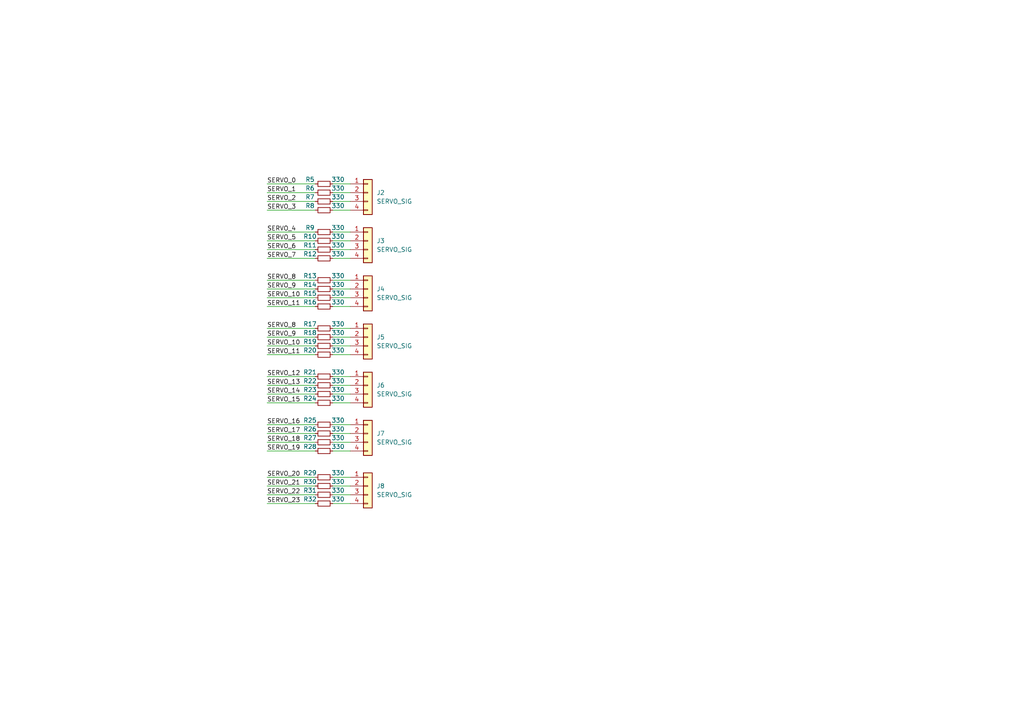
<source format=kicad_sch>
(kicad_sch (version 20231120) (generator "eeschema") (generator_version "8.0")
  (paper "A4")
  (title_block (title "PICO Servo Driver") (date "2024-04-24") (rev "Rev1.a"))
  (lib_symbols
    (symbol "Connector_Generic:Conn_01x04" (pin_names (offset 1.016) hide)
      (property "Reference" "J" (at 0 5.08 0))
      (property "Value" "Conn_01x04" (at 0 -7.62 0))
      (symbol "Conn_01x04_1_1"
        (rectangle (start -1.27 -4.953) (end 0 -5.207) (stroke (width 0.1524)))
        (rectangle (start -1.27 -2.413) (end 0 -2.667) (stroke (width 0.1524)))
        (rectangle (start -1.27 0.127) (end 0 -0.127) (stroke (width 0.1524)))
        (rectangle (start -1.27 2.667) (end 0 2.413) (stroke (width 0.1524)))
        (rectangle (start -1.27 3.81) (end 1.27 -6.35) (stroke (width 0.254)) (fill (type background)))
        (pin passive line (at -5.08 2.54 0) (length 3.81) (name "Pin_1") (number "1"))
        (pin passive line (at -5.08 0 0) (length 3.81) (name "Pin_2") (number "2"))
        (pin passive line (at -5.08 -2.54 0) (length 3.81) (name "Pin_3") (number "3"))
        (pin passive line (at -5.08 -5.08 0) (length 3.81) (name "Pin_4") (number "4"))
      )
    )
    (symbol "Device:R_Small" (pin_numbers hide) (pin_names (offset 0.254) hide)
      (property "Reference" "R" (at 0.762 0.508 0))
      (property "Value" "R_Small" (at 0.762 -1.016 0))
      (symbol "R_Small_0_1"
        (rectangle (start -0.762 1.778) (end 0.762 -1.778) (stroke (width 0.2032)))
      )
      (symbol "R_Small_1_1"
        (pin passive line (at 0 2.54 270) (length 0.762) (name "~") (number "1"))
        (pin passive line (at 0 -2.54 90) (length 0.762) (name "~") (number "2"))
      )
    )
  )
  (wire (pts (xy 77.47 88.9) (xy 91.44 88.9)))
  (wire (pts (xy 77.47 128.27) (xy 91.44 128.27)))
  (wire (pts (xy 96.52 88.9) (xy 101.6 88.9)))
  (wire (pts (xy 77.47 130.81) (xy 91.44 130.81)))
  (wire (pts (xy 96.52 146.05) (xy 101.6 146.05)))
  (wire (pts (xy 96.52 83.82) (xy 101.6 83.82)))
  (wire (pts (xy 96.52 143.51) (xy 101.6 143.51)))
  (wire (pts (xy 96.52 81.28) (xy 101.6 81.28)))
  (wire (pts (xy 77.47 74.93) (xy 91.44 74.93)))
  (wire (pts (xy 96.52 128.27) (xy 101.6 128.27)))
  (wire (pts (xy 96.52 55.88) (xy 101.6 55.88)))
  (wire (pts (xy 96.52 100.33) (xy 101.6 100.33)))
  (wire (pts (xy 77.47 67.31) (xy 91.44 67.31)))
  (wire (pts (xy 77.47 116.84) (xy 91.44 116.84)))
  (wire (pts (xy 77.47 125.73) (xy 91.44 125.73)))
  (wire (pts (xy 96.52 97.79) (xy 101.6 97.79)))
  (wire (pts (xy 77.47 109.22) (xy 91.44 109.22)))
  (wire (pts (xy 96.52 111.76) (xy 101.6 111.76)))
  (wire (pts (xy 77.47 72.39) (xy 91.44 72.39)))
  (wire (pts (xy 77.47 102.87) (xy 91.44 102.87)))
  (wire (pts (xy 96.52 140.97) (xy 101.6 140.97)))
  (wire (pts (xy 96.52 67.31) (xy 101.6 67.31)))
  (wire (pts (xy 77.47 111.76) (xy 91.44 111.76)))
  (wire (pts (xy 96.52 123.19) (xy 101.6 123.19)))
  (wire (pts (xy 77.47 97.79) (xy 91.44 97.79)))
  (wire (pts (xy 96.52 116.84) (xy 101.6 116.84)))
  (wire (pts (xy 77.47 81.28) (xy 91.44 81.28)))
  (wire (pts (xy 77.47 83.82) (xy 91.44 83.82)))
  (wire (pts (xy 77.47 143.51) (xy 91.44 143.51)))
  (wire (pts (xy 77.47 69.85) (xy 91.44 69.85)))
  (wire (pts (xy 77.47 53.34) (xy 91.44 53.34)))
  (wire (pts (xy 96.52 53.34) (xy 101.6 53.34)))
  (wire (pts (xy 77.47 114.3) (xy 91.44 114.3)))
  (wire (pts (xy 77.47 146.05) (xy 91.44 146.05)))
  (wire (pts (xy 96.52 58.42) (xy 101.6 58.42)))
  (wire (pts (xy 96.52 86.36) (xy 101.6 86.36)))
  (wire (pts (xy 77.47 100.33) (xy 91.44 100.33)))
  (wire (pts (xy 96.52 72.39) (xy 101.6 72.39)))
  (wire (pts (xy 77.47 86.36) (xy 91.44 86.36)))
  (wire (pts (xy 96.52 69.85) (xy 101.6 69.85)))
  (wire (pts (xy 77.47 60.96) (xy 91.44 60.96)))
  (wire (pts (xy 96.52 138.43) (xy 101.6 138.43)))
  (wire (pts (xy 77.47 95.25) (xy 91.44 95.25)))
  (wire (pts (xy 96.52 114.3) (xy 101.6 114.3)))
  (wire (pts (xy 77.47 123.19) (xy 91.44 123.19)))
  (wire (pts (xy 96.52 60.96) (xy 101.6 60.96)))
  (wire (pts (xy 77.47 138.43) (xy 91.44 138.43)))
  (wire (pts (xy 96.52 74.93) (xy 101.6 74.93)))
  (wire (pts (xy 96.52 125.73) (xy 101.6 125.73)))
  (wire (pts (xy 96.52 109.22) (xy 101.6 109.22)))
  (wire (pts (xy 96.52 130.81) (xy 101.6 130.81)))
  (wire (pts (xy 96.52 102.87) (xy 101.6 102.87)))
  (wire (pts (xy 77.47 55.88) (xy 91.44 55.88)))
  (wire (pts (xy 77.47 58.42) (xy 91.44 58.42)))
  (wire (pts (xy 96.52 95.25) (xy 101.6 95.25)))
  (wire (pts (xy 77.47 140.97) (xy 91.44 140.97)))
  (label "SERVO_9" (at 77.47 83.82 0))
  (label "SERVO_8" (at 77.47 81.28 0))
  (label "SERVO_16" (at 77.47 123.19 0))
  (label "SERVO_22" (at 77.47 143.51 0))
  (label "SERVO_12" (at 77.47 109.22 0))
  (label "SERVO_18" (at 77.47 128.27 0))
  (label "SERVO_2" (at 77.47 58.42 0))
  (label "SERVO_20" (at 77.47 138.43 0))
  (label "SERVO_6" (at 77.47 72.39 0))
  (label "SERVO_23" (at 77.47 146.05 0))
  (label "SERVO_10" (at 77.47 100.33 0))
  (label "SERVO_1" (at 77.47 55.88 0))
  (label "SERVO_17" (at 77.47 125.73 0))
  (label "SERVO_4" (at 77.47 67.31 0))
  (label "SERVO_3" (at 77.47 60.96 0))
  (label "SERVO_9" (at 77.47 97.79 0))
  (label "SERVO_0" (at 77.47 53.34 0))
  (label "SERVO_5" (at 77.47 69.85 0))
  (label "SERVO_10" (at 77.47 86.36 0))
  (label "SERVO_8" (at 77.47 95.25 0))
  (label "SERVO_11" (at 77.47 88.9 0))
  (label "SERVO_14" (at 77.47 114.3 0))
  (label "SERVO_11" (at 77.47 102.87 0))
  (label "SERVO_7" (at 77.47 74.93 0))
  (label "SERVO_21" (at 77.47 140.97 0))
  (label "SERVO_13" (at 77.47 111.76 0))
  (label "SERVO_19" (at 77.47 130.81 0))
  (label "SERVO_15" (at 77.47 116.84 0))
  (symbol (lib_id "Device:R_Small") (at 93.98 111.76 90) (unit 1)
    (property "Reference" "R22" (at 89.916 110.49 90))
    (property "Value" "330" (at 98.044 110.49 90))
    (property "Description" "Resistor, small symbol" (effects (hide yes)))
  )
  (symbol (lib_id "Connector_Generic:Conn_01x04") (at 106.68 111.76 0) (unit 1)
    (property "Reference" "J6" (at 109.22 111.7599 0) (effects (justify left)))
    (property "Value" "SERVO_SIG" (at 109.22 114.2999 0) (effects (justify left)))
    (property "Description" "Generic connector, single row, 01x04, script generated (kicad-library-utils/schlib/autogen/connector/)" (effects (hide yes)))
  )
  (symbol (lib_id "Device:R_Small") (at 93.98 97.79 90) (unit 1)
    (property "Reference" "R18" (at 89.916 96.52 90))
    (property "Value" "330" (at 98.044 96.52 90))
    (property "Description" "Resistor, small symbol" (effects (hide yes)))
  )
  (symbol (lib_id "Device:R_Small") (at 93.98 123.19 90) (unit 1)
    (property "Reference" "R25" (at 89.916 121.92 90))
    (property "Value" "330" (at 98.044 121.92 90))
    (property "Description" "Resistor, small symbol" (effects (hide yes)))
  )
  (symbol (lib_id "Device:R_Small") (at 93.98 102.87 90) (unit 1)
    (property "Reference" "R20" (at 89.916 101.6 90))
    (property "Value" "330" (at 98.044 101.6 90))
    (property "Description" "Resistor, small symbol" (effects (hide yes)))
  )
  (symbol (lib_id "Device:R_Small") (at 93.98 60.96 90) (unit 1)
    (property "Reference" "R8" (at 89.916 59.69 90))
    (property "Value" "330" (at 98.044 59.69 90))
    (property "Description" "Resistor, small symbol" (effects (hide yes)))
  )
  (symbol (lib_id "Device:R_Small") (at 93.98 100.33 90) (unit 1)
    (property "Reference" "R19" (at 89.916 99.06 90))
    (property "Value" "330" (at 98.044 99.06 90))
    (property "Description" "Resistor, small symbol" (effects (hide yes)))
  )
  (symbol (lib_id "Device:R_Small") (at 93.98 146.05 90) (unit 1)
    (property "Reference" "R32" (at 89.916 144.78 90))
    (property "Value" "330" (at 98.044 144.78 90))
    (property "Description" "Resistor, small symbol" (effects (hide yes)))
  )
  (symbol (lib_id "Device:R_Small") (at 93.98 138.43 90) (unit 1)
    (property "Reference" "R29" (at 89.916 137.16 90))
    (property "Value" "330" (at 98.044 137.16 90))
    (property "Description" "Resistor, small symbol" (effects (hide yes)))
  )
  (symbol (lib_id "Device:R_Small") (at 93.98 130.81 90) (unit 1)
    (property "Reference" "R28" (at 89.916 129.54 90))
    (property "Value" "330" (at 98.044 129.54 90))
    (property "Description" "Resistor, small symbol" (effects (hide yes)))
  )
  (symbol (lib_id "Connector_Generic:Conn_01x04") (at 106.68 97.79 0) (unit 1)
    (property "Reference" "J5" (at 109.22 97.7899 0) (effects (justify left)))
    (property "Value" "SERVO_SIG" (at 109.22 100.3299 0) (effects (justify left)))
    (property "Description" "Generic connector, single row, 01x04, script generated (kicad-library-utils/schlib/autogen/connector/)" (effects (hide yes)))
  )
  (symbol (lib_id "Device:R_Small") (at 93.98 125.73 90) (unit 1)
    (property "Reference" "R26" (at 89.916 124.46 90))
    (property "Value" "330" (at 98.044 124.46 90))
    (property "Description" "Resistor, small symbol" (effects (hide yes)))
  )
  (symbol (lib_id "Connector_Generic:Conn_01x04") (at 106.68 140.97 0) (unit 1)
    (property "Reference" "J8" (at 109.22 140.9699 0) (effects (justify left)))
    (property "Value" "SERVO_SIG" (at 109.22 143.5099 0) (effects (justify left)))
    (property "Description" "Generic connector, single row, 01x04, script generated (kicad-library-utils/schlib/autogen/connector/)" (effects (hide yes)))
  )
  (symbol (lib_id "Device:R_Small") (at 93.98 116.84 90) (unit 1)
    (property "Reference" "R24" (at 89.916 115.57 90))
    (property "Value" "330" (at 98.044 115.57 90))
    (property "Description" "Resistor, small symbol" (effects (hide yes)))
  )
  (symbol (lib_id "Connector_Generic:Conn_01x04") (at 106.68 83.82 0) (unit 1)
    (property "Reference" "J4" (at 109.22 83.8199 0) (effects (justify left)))
    (property "Value" "SERVO_SIG" (at 109.22 86.3599 0) (effects (justify left)))
    (property "Description" "Generic connector, single row, 01x04, script generated (kicad-library-utils/schlib/autogen/connector/)" (effects (hide yes)))
  )
  (symbol (lib_id "Connector_Generic:Conn_01x04") (at 106.68 125.73 0) (unit 1)
    (property "Reference" "J7" (at 109.22 125.7299 0) (effects (justify left)))
    (property "Value" "SERVO_SIG" (at 109.22 128.2699 0) (effects (justify left)))
    (property "Description" "Generic connector, single row, 01x04, script generated (kicad-library-utils/schlib/autogen/connector/)" (effects (hide yes)))
  )
  (symbol (lib_id "Device:R_Small") (at 93.98 69.85 90) (unit 1)
    (property "Reference" "R10" (at 89.916 68.58 90))
    (property "Value" "330" (at 98.044 68.58 90))
    (property "Description" "Resistor, small symbol" (effects (hide yes)))
  )
  (symbol (lib_id "Device:R_Small") (at 93.98 53.34 90) (unit 1)
    (property "Reference" "R5" (at 89.916 52.07 90))
    (property "Value" "330" (at 98.044 52.07 90))
    (property "Description" "Resistor, small symbol" (effects (hide yes)))
  )
  (symbol (lib_id "Device:R_Small") (at 93.98 95.25 90) (unit 1)
    (property "Reference" "R17" (at 89.916 93.98 90))
    (property "Value" "330" (at 98.044 93.98 90))
    (property "Description" "Resistor, small symbol" (effects (hide yes)))
  )
  (symbol (lib_id "Device:R_Small") (at 93.98 114.3 90) (unit 1)
    (property "Reference" "R23" (at 89.916 113.03 90))
    (property "Value" "330" (at 98.044 113.03 90))
    (property "Description" "Resistor, small symbol" (effects (hide yes)))
  )
  (symbol (lib_id "Device:R_Small") (at 93.98 81.28 90) (unit 1)
    (property "Reference" "R13" (at 89.916 80.01 90))
    (property "Value" "330" (at 98.044 80.01 90))
    (property "Description" "Resistor, small symbol" (effects (hide yes)))
  )
  (symbol (lib_id "Connector_Generic:Conn_01x04") (at 106.68 55.88 0) (unit 1)
    (property "Reference" "J2" (at 109.22 55.8799 0) (effects (justify left)))
    (property "Value" "SERVO_SIG" (at 109.22 58.4199 0) (effects (justify left)))
    (property "Description" "Generic connector, single row, 01x04, script generated (kicad-library-utils/schlib/autogen/connector/)" (effects (hide yes)))
  )
  (symbol (lib_id "Device:R_Small") (at 93.98 55.88 90) (unit 1)
    (property "Reference" "R6" (at 89.916 54.61 90))
    (property "Value" "330" (at 98.044 54.61 90))
    (property "Description" "Resistor, small symbol" (effects (hide yes)))
  )
  (symbol (lib_id "Device:R_Small") (at 93.98 109.22 90) (unit 1)
    (property "Reference" "R21" (at 89.916 107.95 90))
    (property "Value" "330" (at 98.044 107.95 90))
    (property "Description" "Resistor, small symbol" (effects (hide yes)))
  )
  (symbol (lib_id "Device:R_Small") (at 93.98 58.42 90) (unit 1)
    (property "Reference" "R7" (at 89.916 57.15 90))
    (property "Value" "330" (at 98.044 57.15 90))
    (property "Description" "Resistor, small symbol" (effects (hide yes)))
  )
  (symbol (lib_id "Device:R_Small") (at 93.98 83.82 90) (unit 1)
    (property "Reference" "R14" (at 89.916 82.55 90))
    (property "Value" "330" (at 98.044 82.55 90))
    (property "Description" "Resistor, small symbol" (effects (hide yes)))
  )
  (symbol (lib_id "Device:R_Small") (at 93.98 140.97 90) (unit 1)
    (property "Reference" "R30" (at 89.916 139.7 90))
    (property "Value" "330" (at 98.044 139.7 90))
    (property "Description" "Resistor, small symbol" (effects (hide yes)))
  )
  (symbol (lib_id "Connector_Generic:Conn_01x04") (at 106.68 69.85 0) (unit 1)
    (property "Reference" "J3" (at 109.22 69.8499 0) (effects (justify left)))
    (property "Value" "SERVO_SIG" (at 109.22 72.3899 0) (effects (justify left)))
    (property "Description" "Generic connector, single row, 01x04, script generated (kicad-library-utils/schlib/autogen/connector/)" (effects (hide yes)))
  )
  (symbol (lib_id "Device:R_Small") (at 93.98 86.36 90) (unit 1)
    (property "Reference" "R15" (at 89.916 85.09 90))
    (property "Value" "330" (at 98.044 85.09 90))
    (property "Description" "Resistor, small symbol" (effects (hide yes)))
  )
  (symbol (lib_id "Device:R_Small") (at 93.98 128.27 90) (unit 1)
    (property "Reference" "R27" (at 89.916 127 90))
    (property "Value" "330" (at 98.044 127 90))
    (property "Description" "Resistor, small symbol" (effects (hide yes)))
  )
  (symbol (lib_id "Device:R_Small") (at 93.98 74.93 90) (unit 1)
    (property "Reference" "R12" (at 89.916 73.66 90))
    (property "Value" "330" (at 98.044 73.66 90))
    (property "Description" "Resistor, small symbol" (effects (hide yes)))
  )
  (symbol (lib_id "Device:R_Small") (at 93.98 72.39 90) (unit 1)
    (property "Reference" "R11" (at 89.916 71.12 90))
    (property "Value" "330" (at 98.044 71.12 90))
    (property "Description" "Resistor, small symbol" (effects (hide yes)))
  )
  (symbol (lib_id "Device:R_Small") (at 93.98 143.51 90) (unit 1)
    (property "Reference" "R31" (at 89.916 142.24 90))
    (property "Value" "330" (at 98.044 142.24 90))
    (property "Description" "Resistor, small symbol" (effects (hide yes)))
  )
  (symbol (lib_id "Device:R_Small") (at 93.98 67.31 90) (unit 1)
    (property "Reference" "R9" (at 89.916 66.04 90))
    (property "Value" "330" (at 98.044 66.04 90))
    (property "Description" "Resistor, small symbol" (effects (hide yes)))
  )
  (symbol (lib_id "Device:R_Small") (at 93.98 88.9 90) (unit 1)
    (property "Reference" "R16" (at 89.916 87.63 90))
    (property "Value" "330" (at 98.044 87.63 90))
    (property "Description" "Resistor, small symbol" (effects (hide yes)))
  )
)
</source>
